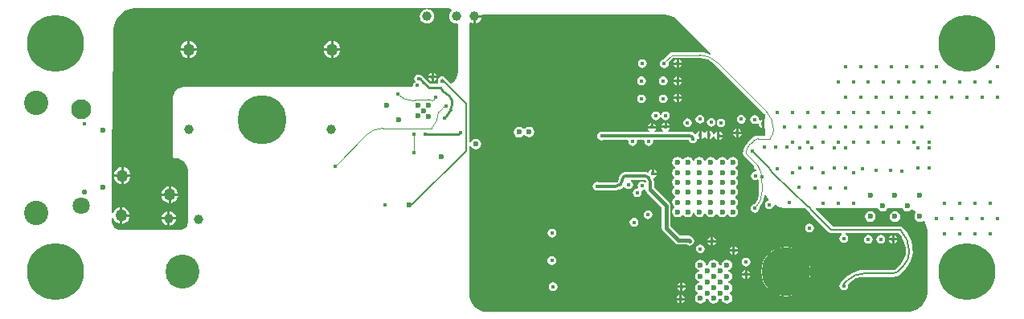
<source format=gbr>
%TF.GenerationSoftware,Altium Limited,Altium Designer,20.0.13 (296)*%
G04 Layer_Physical_Order=3*
G04 Layer_Color=36540*
%FSLAX45Y45*%
%MOMM*%
%TF.FileFunction,Copper,L3,Inr,Signal*%
%TF.Part,Single*%
G01*
G75*
%TA.AperFunction,Conductor*%
%ADD10C,0.20000*%
%ADD11C,0.10000*%
%ADD12C,0.25400*%
%ADD14C,0.40000*%
%ADD15C,0.30000*%
%TA.AperFunction,ComponentPad*%
%ADD59C,3.58500*%
%ADD60C,5.17500*%
%ADD61C,0.55000*%
%ADD62C,0.40500*%
%ADD63C,2.56500*%
%ADD64C,1.80000*%
%ADD65C,2.10000*%
%TA.AperFunction,ViaPad*%
%ADD66C,0.40000*%
%ADD67C,0.60000*%
%ADD68C,1.00000*%
%ADD69C,1.27000*%
%ADD70C,6.00000*%
G36*
X6140836Y7174620D02*
X6166315Y7164066D01*
X6171336Y7160711D01*
X6171752Y7148018D01*
X6166224Y7143776D01*
X6154138Y7128025D01*
X6146541Y7109684D01*
X6143949Y7090000D01*
X6146541Y7070317D01*
X6154138Y7051975D01*
X6166224Y7036224D01*
X6181975Y7024138D01*
X6200317Y7016541D01*
X6220000Y7013949D01*
X6227300Y7014911D01*
X6240000Y7003773D01*
Y6520710D01*
X6239999Y6520710D01*
X6240000Y6503897D01*
X6233439Y6470916D01*
X6220571Y6439848D01*
X6201889Y6411889D01*
X6178111Y6388111D01*
X6163018Y6378026D01*
X6095522Y6445522D01*
X6083812Y6453346D01*
X6070000Y6456094D01*
X6056188Y6453346D01*
X6044478Y6445522D01*
X6040322Y6439302D01*
X6037708Y6437556D01*
X6027674Y6422538D01*
X6024151Y6404824D01*
X6026791Y6391547D01*
X6019084Y6378847D01*
X5946090D01*
X5867481Y6457456D01*
X5854879Y6465877D01*
X5845076Y6467827D01*
X5837703Y6472753D01*
X5819988Y6476277D01*
X5802274Y6472753D01*
X5787257Y6462719D01*
X5777222Y6447701D01*
X5773699Y6429987D01*
X5777222Y6412273D01*
X5786266Y6398739D01*
X5777257Y6392719D01*
X5767222Y6377701D01*
X5763699Y6359987D01*
X5763733Y6359817D01*
X5755676Y6350000D01*
X5119707D01*
X5119706Y6349999D01*
X5118361Y6349933D01*
X5115722Y6349409D01*
X5113235Y6348379D01*
X5110998Y6346884D01*
X5110000Y6345979D01*
X3352132Y6345979D01*
X3340370Y6345402D01*
X3317298Y6340812D01*
X3295565Y6331810D01*
X3276005Y6318740D01*
X3259371Y6302107D01*
X3246302Y6282547D01*
X3237300Y6260813D01*
X3232710Y6237741D01*
X3232132Y6225979D01*
Y5615980D01*
X3232517Y5612078D01*
X3235503Y5604868D01*
X3241021Y5599350D01*
X3248231Y5596363D01*
X3252133Y5595979D01*
X3265921D01*
X3292969Y5590599D01*
X3318448Y5580046D01*
X3341377Y5564724D01*
X3360878Y5545224D01*
X3376199Y5522294D01*
X3386752Y5496816D01*
X3392133Y5469768D01*
Y5455979D01*
Y4925979D01*
X3392132D01*
Y4917115D01*
X3388674Y4899727D01*
X3381889Y4883348D01*
X3372040Y4868608D01*
X3359504Y4856072D01*
X3344763Y4846222D01*
X3328385Y4839438D01*
X3310997Y4835980D01*
X3302133D01*
X2682133Y4835979D01*
Y4835980D01*
X2673268D01*
X2655880Y4839438D01*
X2639501Y4846222D01*
X2624761Y4856072D01*
X2612225Y4868608D01*
X2602376Y4883348D01*
X2595591Y4899727D01*
X2592133Y4917115D01*
Y4960779D01*
X2604833Y4963305D01*
X2612346Y4945166D01*
X2626596Y4926596D01*
X2645166Y4912346D01*
X2666792Y4903388D01*
X2677300Y4902005D01*
Y4990000D01*
Y5077995D01*
X2666792Y5076612D01*
X2645166Y5067654D01*
X2626596Y5053404D01*
X2612346Y5034833D01*
X2604833Y5016695D01*
X2592133Y5019221D01*
X2592132Y5595979D01*
X2602132Y6815980D01*
Y6946996D01*
X2611893Y6996069D01*
X2631040Y7042294D01*
X2658838Y7083895D01*
X2694217Y7119274D01*
X2735818Y7147071D01*
X2782043Y7166218D01*
X2831115Y7175980D01*
X5130000D01*
X6030000Y7180000D01*
X6113788D01*
X6140836Y7174620D01*
D02*
G37*
G36*
X8384789Y7109999D02*
X8384790Y7109999D01*
X8409806Y7110000D01*
X8458879Y7100239D01*
X8505104Y7081092D01*
X8546705Y7053295D01*
X8564395Y7035605D01*
X8900244Y6699756D01*
X8893050Y6688990D01*
X8872946Y6697317D01*
X8829417Y6707767D01*
X8784790Y6711279D01*
Y6710996D01*
X8490000D01*
X8478138Y6708636D01*
X8468083Y6701917D01*
X8400582Y6634416D01*
X8392286Y6632766D01*
X8377268Y6622732D01*
X8367234Y6607714D01*
X8363710Y6590000D01*
X8367234Y6572286D01*
X8377268Y6557268D01*
X8392286Y6547234D01*
X8410000Y6543711D01*
X8427714Y6547234D01*
X8442732Y6557268D01*
X8452766Y6572286D01*
X8456289Y6590000D01*
X8454223Y6600389D01*
X8502839Y6649004D01*
X8784790D01*
X8786139Y6649273D01*
X8828374Y6645113D01*
X8870283Y6632400D01*
X8908907Y6611755D01*
X8941713Y6584832D01*
X8942478Y6583688D01*
X9463688Y6062478D01*
X9464832Y6061714D01*
X9468527Y6057211D01*
X9470000Y6049806D01*
X9470000Y6015260D01*
X9462700Y6009270D01*
Y5960000D01*
Y5910731D01*
X9470000Y5904740D01*
X9470000Y5830996D01*
X9398284D01*
Y5831252D01*
X9372523Y5827860D01*
X9348516Y5817916D01*
X9327902Y5802098D01*
X9328083Y5801917D01*
X9290510Y5764344D01*
X9290331Y5764523D01*
X9290303Y5764489D01*
X9282488Y5754966D01*
X9268431Y5737836D01*
X9252157Y5707391D01*
X9242136Y5674355D01*
X9238752Y5640000D01*
X9239004D01*
X9241364Y5628138D01*
X9248083Y5618083D01*
X9351637Y5514528D01*
X9351619Y5514435D01*
X9353010Y5507443D01*
X9354452Y5498865D01*
X9354922Y5497830D01*
X9354964Y5497618D01*
X9355132Y5497367D01*
X9357305Y5492580D01*
X9361851Y5481721D01*
X9361851Y5481720D01*
X9372511Y5476817D01*
X9379079Y5472429D01*
X9381316Y5470078D01*
X9377976Y5455669D01*
X9376819Y5454933D01*
X9370000Y5456290D01*
X9352286Y5452766D01*
X9337268Y5442732D01*
X9327234Y5427714D01*
X9323711Y5410000D01*
X9327234Y5392286D01*
X9337268Y5377268D01*
X9352286Y5367234D01*
X9370000Y5363711D01*
X9387714Y5367234D01*
X9391084Y5369486D01*
X9402444Y5363806D01*
X9408349Y5255605D01*
X9408840Y5246615D01*
X9406544Y5244190D01*
X9407111Y5242822D01*
X9408011Y5230153D01*
X9405149Y5201089D01*
X9392576Y5159643D01*
X9372160Y5121447D01*
X9364636Y5112280D01*
X9348612Y5109092D01*
X9333594Y5099058D01*
X9323560Y5084040D01*
X9320037Y5066326D01*
X9323560Y5048612D01*
X9333594Y5033594D01*
X9348612Y5023560D01*
X9366326Y5020037D01*
X9384040Y5023560D01*
X9399058Y5033594D01*
X9409092Y5048612D01*
X9412616Y5066326D01*
X9411616Y5071351D01*
X9417260Y5077959D01*
X9440447Y5115797D01*
X9457430Y5156797D01*
X9467790Y5199949D01*
X9468160Y5204652D01*
X9481060Y5206695D01*
X9489042Y5187424D01*
X9506607Y5161138D01*
X9508583Y5158957D01*
X9504599Y5146898D01*
X9499521Y5145888D01*
X9484503Y5135854D01*
X9474469Y5120836D01*
X9470945Y5103122D01*
X9474469Y5085408D01*
X9484503Y5070390D01*
X9499521Y5060356D01*
X9517235Y5056833D01*
X9534949Y5060356D01*
X9549967Y5070390D01*
X9560001Y5085408D01*
X9562475Y5097845D01*
X9575189Y5104625D01*
X9582122Y5099992D01*
X9628125Y5080937D01*
X9676960Y5071223D01*
X9701857Y5070000D01*
X9888301D01*
X9900416Y5058545D01*
X9900684Y5058377D01*
X9950458Y5008603D01*
X9950459Y5008602D01*
X10144583Y4814478D01*
X10156292Y4806654D01*
X10170105Y4803907D01*
X10277839D01*
X10278322Y4802697D01*
X10279952Y4791207D01*
X10267268Y4782732D01*
X10257234Y4767714D01*
X10253711Y4750000D01*
X10257234Y4732286D01*
X10267268Y4717268D01*
X10282286Y4707234D01*
X10300000Y4703710D01*
X10317714Y4707234D01*
X10332732Y4717268D01*
X10342766Y4732286D01*
X10346289Y4750000D01*
X10342766Y4767714D01*
X10332732Y4782732D01*
X10320048Y4791207D01*
X10321678Y4802697D01*
X10322160Y4803907D01*
X10880408D01*
X10900369Y4780536D01*
X10923780Y4742332D01*
X10940927Y4700936D01*
X10951387Y4657367D01*
X10953933Y4625018D01*
X10954601Y4612599D01*
X10954599Y4612586D01*
X10954601Y4612574D01*
X10953694Y4600284D01*
X10951338Y4576365D01*
X10940728Y4541388D01*
X10923498Y4509154D01*
X10901000Y4481740D01*
X10900083Y4481127D01*
X10844478Y4425522D01*
X10844417Y4425431D01*
X10834051Y4418504D01*
X10821822Y4416072D01*
X10821715Y4416093D01*
X10515210D01*
Y4416295D01*
X10469798Y4412721D01*
X10425504Y4402087D01*
X10383419Y4384654D01*
X10344579Y4360853D01*
X10309941Y4331269D01*
X10310083Y4331127D01*
X10274478Y4295522D01*
X10266654Y4283812D01*
X10266088Y4280965D01*
X10257234Y4267714D01*
X10253711Y4250000D01*
X10257234Y4232286D01*
X10267268Y4217268D01*
X10282286Y4207234D01*
X10300000Y4203710D01*
X10317714Y4207234D01*
X10332732Y4217268D01*
X10342766Y4232286D01*
X10346289Y4250000D01*
X10343760Y4262716D01*
X10361127Y4280083D01*
X10362031Y4281437D01*
X10393884Y4307578D01*
X10431639Y4327758D01*
X10472606Y4340185D01*
X10513613Y4344224D01*
X10515210Y4343906D01*
X10821715D01*
Y4343705D01*
X10848782Y4347269D01*
X10874005Y4357716D01*
X10895664Y4374336D01*
X10895522Y4374478D01*
X10951127Y4430083D01*
X10951518Y4429692D01*
X10983712Y4468920D01*
X11007634Y4513675D01*
X11022365Y4562237D01*
X11027321Y4612561D01*
X11027322D01*
X11027196Y4612699D01*
X11026224Y4625042D01*
X11022790Y4668676D01*
X11009682Y4723276D01*
X10988194Y4775152D01*
X10958855Y4823029D01*
X10930422Y4856319D01*
X10922389Y4865727D01*
X10922285Y4865814D01*
X10922001Y4865530D01*
X10910303Y4873346D01*
X10896491Y4876093D01*
X10185055D01*
X10003848Y5057300D01*
X10007165Y5070000D01*
X10657493D01*
X10657814Y5068384D01*
X10670059Y5050059D01*
X10688384Y5037814D01*
X10710000Y5033515D01*
X10731616Y5037814D01*
X10749941Y5050059D01*
X10762185Y5068384D01*
X10762507Y5070000D01*
X10917493D01*
X10917814Y5068384D01*
X10930059Y5050059D01*
X10948384Y5037814D01*
X10970000Y5033515D01*
X10991616Y5037814D01*
X11009941Y5050059D01*
X11013133Y5054836D01*
X11046315Y5041091D01*
X11060059Y5031908D01*
Y5019941D01*
X11047814Y5001616D01*
X11043515Y4980000D01*
X11047814Y4958384D01*
X11060059Y4940059D01*
X11078384Y4927814D01*
X11100000Y4923515D01*
X11121616Y4927814D01*
X11139359Y4939670D01*
X11144424Y4938062D01*
X11151712Y4934816D01*
X11170239Y4890089D01*
X11180000Y4841017D01*
Y4816000D01*
Y4190000D01*
X11179999Y4190000D01*
X11180000Y4169317D01*
X11171929Y4128745D01*
X11156099Y4090528D01*
X11133117Y4056133D01*
X11103867Y4026882D01*
X11069472Y4003900D01*
X11031254Y3988070D01*
X10990683Y3980000D01*
X10970000Y3980000D01*
X6513256D01*
X6480413Y3986533D01*
X6449475Y3999348D01*
X6421631Y4017952D01*
X6397952Y4041631D01*
X6379348Y4069474D01*
X6366533Y4100413D01*
X6360000Y4133256D01*
Y4150000D01*
Y5720709D01*
X6372700Y5721960D01*
X6372815Y5721384D01*
X6385059Y5703059D01*
X6403384Y5690814D01*
X6425000Y5686515D01*
X6446616Y5690814D01*
X6464941Y5703059D01*
X6477186Y5721384D01*
X6481485Y5743000D01*
X6477186Y5764616D01*
X6464941Y5782941D01*
X6446616Y5795186D01*
X6425000Y5799485D01*
X6403384Y5795186D01*
X6385059Y5782941D01*
X6372815Y5764616D01*
X6372700Y5764040D01*
X6360000Y5765291D01*
Y7018970D01*
X6371390Y7024587D01*
X6371975Y7024138D01*
X6390317Y7016541D01*
X6397300Y7015621D01*
Y7090000D01*
X6410000D01*
Y7102700D01*
X6489826D01*
X6496228Y7110000D01*
X8384789D01*
X8384789Y7109999D01*
D02*
G37*
%LPC*%
G36*
X5910000Y7166051D02*
X5890317Y7163459D01*
X5871975Y7155862D01*
X5856224Y7143776D01*
X5844138Y7128025D01*
X5836541Y7109684D01*
X5833949Y7090000D01*
X5836541Y7070317D01*
X5844138Y7051975D01*
X5856224Y7036224D01*
X5871975Y7024138D01*
X5890317Y7016541D01*
X5910000Y7013949D01*
X5929684Y7016541D01*
X5948025Y7024138D01*
X5963776Y7036224D01*
X5975862Y7051975D01*
X5983459Y7070317D01*
X5986051Y7090000D01*
X5983459Y7109684D01*
X5975862Y7128025D01*
X5963776Y7143776D01*
X5948025Y7155862D01*
X5929684Y7163459D01*
X5910000Y7166051D01*
D02*
G37*
G36*
X4922700Y6827995D02*
Y6752700D01*
X4997995D01*
X4996612Y6763207D01*
X4987654Y6784834D01*
X4973404Y6803404D01*
X4954834Y6817654D01*
X4933208Y6826612D01*
X4922700Y6827995D01*
D02*
G37*
G36*
X4897300D02*
X4886793Y6826612D01*
X4865167Y6817654D01*
X4846596Y6803404D01*
X4832346Y6784834D01*
X4823388Y6763207D01*
X4822005Y6752700D01*
X4897300D01*
Y6827995D01*
D02*
G37*
G36*
X3412700D02*
Y6752700D01*
X3487995D01*
X3486612Y6763207D01*
X3477654Y6784834D01*
X3463404Y6803404D01*
X3444834Y6817654D01*
X3423208Y6826612D01*
X3412700Y6827995D01*
D02*
G37*
G36*
X3387300D02*
X3376793Y6826612D01*
X3355167Y6817654D01*
X3336596Y6803404D01*
X3322346Y6784834D01*
X3313388Y6763207D01*
X3312005Y6752700D01*
X3387300D01*
Y6827995D01*
D02*
G37*
G36*
X4997995Y6727300D02*
X4922700D01*
Y6652005D01*
X4933208Y6653388D01*
X4954834Y6662346D01*
X4973404Y6676596D01*
X4987654Y6695166D01*
X4996612Y6716793D01*
X4997995Y6727300D01*
D02*
G37*
G36*
X4897300D02*
X4822005D01*
X4823388Y6716793D01*
X4832346Y6695166D01*
X4846596Y6676596D01*
X4865167Y6662346D01*
X4886793Y6653388D01*
X4897300Y6652005D01*
Y6727300D01*
D02*
G37*
G36*
X3487995D02*
X3412700D01*
Y6652005D01*
X3423208Y6653388D01*
X3444834Y6662346D01*
X3463404Y6676596D01*
X3477654Y6695166D01*
X3486612Y6716793D01*
X3487995Y6727300D01*
D02*
G37*
G36*
X3387300D02*
X3312005D01*
X3313388Y6716793D01*
X3322346Y6695166D01*
X3336596Y6676596D01*
X3355167Y6662346D01*
X3376793Y6653388D01*
X3387300Y6652005D01*
Y6727300D01*
D02*
G37*
G36*
X5982700Y6493763D02*
Y6462700D01*
X6013763D01*
X6012766Y6467714D01*
X6002732Y6482732D01*
X5987714Y6492766D01*
X5982700Y6493763D01*
D02*
G37*
G36*
X5957300D02*
X5952286Y6492766D01*
X5937268Y6482732D01*
X5927234Y6467714D01*
X5926237Y6462700D01*
X5957300D01*
Y6493763D01*
D02*
G37*
G36*
X6013763Y6437300D02*
X5982700D01*
Y6406237D01*
X5987714Y6407234D01*
X6002732Y6417268D01*
X6012766Y6432286D01*
X6013763Y6437300D01*
D02*
G37*
G36*
X5957300D02*
X5926237D01*
X5927234Y6432286D01*
X5937268Y6417268D01*
X5952286Y6407234D01*
X5957300Y6406237D01*
Y6437300D01*
D02*
G37*
G36*
X2712700Y5497995D02*
Y5422700D01*
X2787995D01*
X2786612Y5433208D01*
X2777654Y5454834D01*
X2763404Y5473404D01*
X2744833Y5487654D01*
X2723207Y5496612D01*
X2712700Y5497995D01*
D02*
G37*
G36*
X2687300D02*
X2676792Y5496612D01*
X2655166Y5487654D01*
X2636596Y5473404D01*
X2622346Y5454834D01*
X2613388Y5433208D01*
X2612005Y5422700D01*
X2687300D01*
Y5497995D01*
D02*
G37*
G36*
X2787995Y5397300D02*
X2712700D01*
Y5322005D01*
X2723207Y5323388D01*
X2744833Y5332346D01*
X2763404Y5346596D01*
X2777654Y5365167D01*
X2786612Y5386793D01*
X2787995Y5397300D01*
D02*
G37*
G36*
X2687300D02*
X2612005D01*
X2613388Y5386793D01*
X2622346Y5365167D01*
X2636596Y5346596D01*
X2655166Y5332346D01*
X2676792Y5323388D01*
X2687300Y5322005D01*
Y5397300D01*
D02*
G37*
G36*
X3212700Y5297995D02*
Y5222700D01*
X3287995D01*
X3286612Y5233207D01*
X3277654Y5254834D01*
X3263404Y5273404D01*
X3244833Y5287654D01*
X3223207Y5296612D01*
X3212700Y5297995D01*
D02*
G37*
G36*
X3187300D02*
X3176792Y5296612D01*
X3155166Y5287654D01*
X3136596Y5273404D01*
X3122346Y5254834D01*
X3113388Y5233207D01*
X3112005Y5222700D01*
X3187300D01*
Y5297995D01*
D02*
G37*
G36*
X3287995Y5197300D02*
X3212700D01*
Y5122005D01*
X3223207Y5123388D01*
X3244833Y5132346D01*
X3263404Y5146596D01*
X3277654Y5165166D01*
X3286612Y5186793D01*
X3287995Y5197300D01*
D02*
G37*
G36*
X3187300D02*
X3112005D01*
X3113388Y5186793D01*
X3122346Y5165166D01*
X3136596Y5146596D01*
X3155166Y5132346D01*
X3176792Y5123388D01*
X3187300Y5122005D01*
Y5197300D01*
D02*
G37*
G36*
X2702700Y5077995D02*
Y5002700D01*
X2777995D01*
X2776612Y5013207D01*
X2767654Y5034833D01*
X2753404Y5053404D01*
X2734833Y5067654D01*
X2713207Y5076612D01*
X2702700Y5077995D01*
D02*
G37*
G36*
X3202700Y5034379D02*
Y4972700D01*
X3264379D01*
X3263459Y4979683D01*
X3255862Y4998025D01*
X3243776Y5013776D01*
X3228025Y5025862D01*
X3209683Y5033459D01*
X3202700Y5034379D01*
D02*
G37*
G36*
X3177300D02*
X3170316Y5033459D01*
X3151975Y5025862D01*
X3136224Y5013776D01*
X3124138Y4998025D01*
X3116541Y4979683D01*
X3115621Y4972700D01*
X3177300D01*
Y5034379D01*
D02*
G37*
G36*
X2777995Y4977300D02*
X2702700D01*
Y4902005D01*
X2713207Y4903388D01*
X2734833Y4912346D01*
X2753404Y4926596D01*
X2767654Y4945166D01*
X2776612Y4966792D01*
X2777995Y4977300D01*
D02*
G37*
G36*
X3264379Y4947300D02*
X3202700D01*
Y4885621D01*
X3209683Y4886541D01*
X3228025Y4894138D01*
X3243776Y4906224D01*
X3255862Y4921975D01*
X3263459Y4940317D01*
X3264379Y4947300D01*
D02*
G37*
G36*
X3177300D02*
X3115621D01*
X3116541Y4940317D01*
X3124138Y4921975D01*
X3136224Y4906224D01*
X3151975Y4894138D01*
X3170316Y4886541D01*
X3177300Y4885621D01*
Y4947300D01*
D02*
G37*
G36*
X6484379Y7077300D02*
X6422700D01*
Y7015621D01*
X6429684Y7016541D01*
X6448025Y7024138D01*
X6463776Y7036224D01*
X6475862Y7051975D01*
X6483459Y7070317D01*
X6484379Y7077300D01*
D02*
G37*
G36*
X8562700Y6633763D02*
Y6602700D01*
X8593763D01*
X8592766Y6607714D01*
X8582732Y6622732D01*
X8567714Y6632766D01*
X8562700Y6633763D01*
D02*
G37*
G36*
X8537300D02*
X8532286Y6632766D01*
X8517268Y6622732D01*
X8507234Y6607714D01*
X8506236Y6602700D01*
X8537300D01*
Y6633763D01*
D02*
G37*
G36*
X8593763Y6577300D02*
X8562700D01*
Y6546237D01*
X8567714Y6547234D01*
X8582732Y6557268D01*
X8592766Y6572286D01*
X8593763Y6577300D01*
D02*
G37*
G36*
X8537300D02*
X8506236D01*
X8507234Y6572286D01*
X8517268Y6557268D01*
X8532286Y6547234D01*
X8537300Y6546237D01*
Y6577300D01*
D02*
G37*
G36*
X8180000Y6636289D02*
X8162286Y6632766D01*
X8147268Y6622732D01*
X8137234Y6607714D01*
X8133710Y6590000D01*
X8137234Y6572286D01*
X8147268Y6557268D01*
X8162286Y6547234D01*
X8180000Y6543711D01*
X8197714Y6547234D01*
X8212732Y6557268D01*
X8222766Y6572286D01*
X8226289Y6590000D01*
X8222766Y6607714D01*
X8212732Y6622732D01*
X8197714Y6632766D01*
X8180000Y6636289D01*
D02*
G37*
G36*
X8562700Y6453763D02*
Y6422700D01*
X8593763D01*
X8592766Y6427714D01*
X8582732Y6442732D01*
X8567714Y6452766D01*
X8562700Y6453763D01*
D02*
G37*
G36*
X8537300D02*
X8532286Y6452766D01*
X8517268Y6442732D01*
X8507234Y6427714D01*
X8506236Y6422700D01*
X8537300D01*
Y6453763D01*
D02*
G37*
G36*
X8593763Y6397300D02*
X8562700D01*
Y6366236D01*
X8567714Y6367234D01*
X8582732Y6377268D01*
X8592766Y6392286D01*
X8593763Y6397300D01*
D02*
G37*
G36*
X8537300D02*
X8506236D01*
X8507234Y6392286D01*
X8517268Y6377268D01*
X8532286Y6367234D01*
X8537300Y6366236D01*
Y6397300D01*
D02*
G37*
G36*
X8400000Y6456289D02*
X8382286Y6452766D01*
X8367268Y6442732D01*
X8357234Y6427714D01*
X8353710Y6410000D01*
X8357234Y6392286D01*
X8367268Y6377268D01*
X8382286Y6367234D01*
X8400000Y6363710D01*
X8417714Y6367234D01*
X8432732Y6377268D01*
X8442766Y6392286D01*
X8446289Y6410000D01*
X8442766Y6427714D01*
X8432732Y6442732D01*
X8417714Y6452766D01*
X8400000Y6456289D01*
D02*
G37*
G36*
X8170000D02*
X8152286Y6452766D01*
X8137268Y6442732D01*
X8127234Y6427714D01*
X8123710Y6410000D01*
X8127234Y6392286D01*
X8137268Y6377268D01*
X8152286Y6367234D01*
X8170000Y6363710D01*
X8187714Y6367234D01*
X8202732Y6377268D01*
X8212766Y6392286D01*
X8216289Y6410000D01*
X8212766Y6427714D01*
X8202732Y6442732D01*
X8187714Y6452766D01*
X8170000Y6456289D01*
D02*
G37*
G36*
X8562700Y6273763D02*
Y6242700D01*
X8593763D01*
X8592766Y6247714D01*
X8582732Y6262732D01*
X8567714Y6272766D01*
X8562700Y6273763D01*
D02*
G37*
G36*
X8537300D02*
X8532286Y6272766D01*
X8517268Y6262732D01*
X8507234Y6247714D01*
X8506236Y6242700D01*
X8537300D01*
Y6273763D01*
D02*
G37*
G36*
X8593763Y6217300D02*
X8562700D01*
Y6186237D01*
X8567714Y6187234D01*
X8582732Y6197268D01*
X8592766Y6212286D01*
X8593763Y6217300D01*
D02*
G37*
G36*
X8537300D02*
X8506236D01*
X8507234Y6212286D01*
X8517268Y6197268D01*
X8532286Y6187234D01*
X8537300Y6186237D01*
Y6217300D01*
D02*
G37*
G36*
X8400000Y6266289D02*
X8382286Y6262766D01*
X8367268Y6252732D01*
X8357234Y6237714D01*
X8353710Y6220000D01*
X8357234Y6202286D01*
X8367268Y6187268D01*
X8382286Y6177234D01*
X8400000Y6173711D01*
X8417714Y6177234D01*
X8432732Y6187268D01*
X8442766Y6202286D01*
X8446289Y6220000D01*
X8442766Y6237714D01*
X8432732Y6252732D01*
X8417714Y6262766D01*
X8400000Y6266289D01*
D02*
G37*
G36*
X8170000D02*
X8152286Y6262766D01*
X8137268Y6252732D01*
X8127234Y6237714D01*
X8123710Y6220000D01*
X8127234Y6202286D01*
X8137268Y6187268D01*
X8152286Y6177234D01*
X8170000Y6173711D01*
X8187714Y6177234D01*
X8202732Y6187268D01*
X8212766Y6202286D01*
X8216289Y6220000D01*
X8212766Y6237714D01*
X8202732Y6252732D01*
X8187714Y6262766D01*
X8170000Y6266289D01*
D02*
G37*
G36*
X8420000Y6086290D02*
X8402286Y6082766D01*
X8387268Y6072732D01*
X8377234Y6057714D01*
X8376474Y6053896D01*
X8363526D01*
X8362766Y6057714D01*
X8352732Y6072732D01*
X8337714Y6082766D01*
X8320000Y6086290D01*
X8302286Y6082766D01*
X8287268Y6072732D01*
X8277234Y6057714D01*
X8273711Y6040000D01*
X8277234Y6022286D01*
X8287268Y6007268D01*
X8302286Y5997234D01*
X8320000Y5993711D01*
X8337714Y5997234D01*
X8352732Y6007268D01*
X8362766Y6022286D01*
X8363526Y6026104D01*
X8376474D01*
X8377234Y6022286D01*
X8387268Y6007268D01*
X8402286Y5997234D01*
X8420000Y5993711D01*
X8437714Y5997234D01*
X8452732Y6007268D01*
X8462766Y6022286D01*
X8466289Y6040000D01*
X8462766Y6057714D01*
X8452732Y6072732D01*
X8437714Y6082766D01*
X8420000Y6086290D01*
D02*
G37*
G36*
X8786000Y6050890D02*
X8768286Y6047366D01*
X8753268Y6037332D01*
X8743234Y6022314D01*
X8739710Y6004600D01*
X8743234Y5986886D01*
X8753268Y5971868D01*
X8768286Y5961834D01*
X8786000Y5958311D01*
X8803714Y5961834D01*
X8818732Y5971868D01*
X8828766Y5986886D01*
X8832289Y6004600D01*
X8828766Y6022314D01*
X8818732Y6037332D01*
X8803714Y6047366D01*
X8786000Y6050890D01*
D02*
G37*
G36*
X9222000Y6050289D02*
X9204286Y6046766D01*
X9189268Y6036732D01*
X9179234Y6021714D01*
X9175711Y6004000D01*
X9179234Y5986286D01*
X9189268Y5971268D01*
X9204286Y5961234D01*
X9222000Y5957710D01*
X9239714Y5961234D01*
X9254732Y5971268D01*
X9264766Y5986286D01*
X9268290Y6004000D01*
X9264766Y6021714D01*
X9254732Y6036732D01*
X9239714Y6046766D01*
X9222000Y6050289D01*
D02*
G37*
G36*
X8435700Y5967763D02*
Y5936700D01*
X8466763D01*
X8465766Y5941714D01*
X8455732Y5956732D01*
X8440714Y5966766D01*
X8435700Y5967763D01*
D02*
G37*
G36*
X8410300D02*
X8405286Y5966766D01*
X8390268Y5956732D01*
X8380234Y5941714D01*
X8379236Y5936700D01*
X8410300D01*
Y5967763D01*
D02*
G37*
G36*
X8292700Y5963764D02*
Y5932700D01*
X8323763D01*
X8322766Y5937714D01*
X8312732Y5952732D01*
X8297714Y5962766D01*
X8292700Y5963764D01*
D02*
G37*
G36*
X8267300D02*
X8262286Y5962766D01*
X8247268Y5952732D01*
X8237234Y5937714D01*
X8236237Y5932700D01*
X8267300D01*
Y5963764D01*
D02*
G37*
G36*
X8902000Y6017289D02*
X8884286Y6013766D01*
X8869268Y6003732D01*
X8859234Y5988714D01*
X8855711Y5971000D01*
X8859234Y5953286D01*
X8869268Y5938268D01*
X8884286Y5928234D01*
X8902000Y5924711D01*
X8919714Y5928234D01*
X8934732Y5938268D01*
X8944766Y5953286D01*
X8948289Y5971000D01*
X8944766Y5988714D01*
X8934732Y6003732D01*
X8919714Y6013766D01*
X8902000Y6017289D01*
D02*
G37*
G36*
X8655000Y6015289D02*
X8637286Y6011766D01*
X8622268Y6001732D01*
X8612234Y5986714D01*
X8608710Y5969000D01*
X8612234Y5951286D01*
X8622268Y5936268D01*
X8637286Y5926234D01*
X8655000Y5922711D01*
X8672714Y5926234D01*
X8687732Y5936268D01*
X8697766Y5951286D01*
X8701289Y5969000D01*
X8697766Y5986714D01*
X8687732Y6001732D01*
X8672714Y6011766D01*
X8655000Y6015289D01*
D02*
G37*
G36*
X9007000Y6012289D02*
X8989286Y6008766D01*
X8974268Y5998732D01*
X8964234Y5983714D01*
X8960711Y5966000D01*
X8964234Y5948286D01*
X8974268Y5933268D01*
X8989286Y5923234D01*
X9007000Y5919711D01*
X9024714Y5923234D01*
X9039732Y5933268D01*
X9049766Y5948286D01*
X9053289Y5966000D01*
X9049766Y5983714D01*
X9039732Y5998732D01*
X9024714Y6008766D01*
X9007000Y6012289D01*
D02*
G37*
G36*
X9361000Y6047289D02*
X9343286Y6043766D01*
X9328268Y6033732D01*
X9318234Y6018714D01*
X9314711Y6001000D01*
X9318234Y5983286D01*
X9328268Y5968268D01*
X9343286Y5958234D01*
X9361000Y5954710D01*
X9378714Y5958234D01*
X9392203Y5967247D01*
X9398003Y5965194D01*
X9403899Y5960950D01*
X9403710Y5960000D01*
X9407234Y5942286D01*
X9417268Y5927268D01*
X9432286Y5917234D01*
X9437300Y5916237D01*
Y5960000D01*
Y6003763D01*
X9432286Y6002766D01*
X9418797Y5993753D01*
X9412997Y5995806D01*
X9407101Y6000049D01*
X9407290Y6001000D01*
X9403766Y6018714D01*
X9393732Y6033732D01*
X9378714Y6043766D01*
X9361000Y6047289D01*
D02*
G37*
G36*
X6986000Y5927485D02*
X6964384Y5923186D01*
X6946059Y5910941D01*
X6940469Y5902575D01*
X6925195D01*
X6920941Y5908941D01*
X6902616Y5921186D01*
X6881000Y5925485D01*
X6859384Y5921186D01*
X6841059Y5908941D01*
X6828814Y5890616D01*
X6824515Y5869000D01*
X6828814Y5847384D01*
X6841059Y5829059D01*
X6859384Y5816814D01*
X6881000Y5812515D01*
X6902616Y5816814D01*
X6920941Y5829059D01*
X6926531Y5837425D01*
X6941805D01*
X6946059Y5831059D01*
X6964384Y5818814D01*
X6986000Y5814515D01*
X7007616Y5818814D01*
X7025941Y5831059D01*
X7038186Y5849384D01*
X7042485Y5871000D01*
X7038186Y5892616D01*
X7025941Y5910941D01*
X7007616Y5923186D01*
X6986000Y5927485D01*
D02*
G37*
G36*
X9192700Y5903763D02*
Y5872700D01*
X9223763D01*
X9222766Y5877714D01*
X9212732Y5892732D01*
X9197714Y5902766D01*
X9192700Y5903763D01*
D02*
G37*
G36*
X9167300D02*
X9162286Y5902766D01*
X9147268Y5892732D01*
X9137234Y5877714D01*
X9136236Y5872700D01*
X9167300D01*
Y5903763D01*
D02*
G37*
G36*
X8466763Y5911300D02*
X8379236D01*
X8380234Y5906286D01*
X8390268Y5891268D01*
X8401308Y5883891D01*
X8397456Y5871191D01*
X8311530D01*
X8307678Y5883891D01*
X8312732Y5887268D01*
X8322766Y5902286D01*
X8323763Y5907300D01*
X8236237D01*
X8237234Y5902286D01*
X8247268Y5887268D01*
X8252322Y5883891D01*
X8248470Y5871191D01*
X7770071D01*
X7767714Y5872766D01*
X7750000Y5876289D01*
X7732286Y5872766D01*
X7717268Y5862732D01*
X7707234Y5847714D01*
X7703711Y5830000D01*
X7707234Y5812286D01*
X7717268Y5797268D01*
X7732286Y5787234D01*
X7750000Y5783711D01*
X7767714Y5787234D01*
X7770071Y5788809D01*
X8020582D01*
X8031005Y5776108D01*
X8029711Y5769600D01*
X8033234Y5751886D01*
X8043268Y5736868D01*
X8058286Y5726834D01*
X8076000Y5723311D01*
X8093714Y5726834D01*
X8108732Y5736868D01*
X8118766Y5751886D01*
X8122290Y5769600D01*
X8120995Y5776108D01*
X8131418Y5788809D01*
X8190582D01*
X8201005Y5776108D01*
X8199711Y5769600D01*
X8203234Y5751886D01*
X8213268Y5736868D01*
X8228286Y5726834D01*
X8246000Y5723311D01*
X8263714Y5726834D01*
X8278732Y5736868D01*
X8288766Y5751886D01*
X8292289Y5769600D01*
X8290995Y5776108D01*
X8301418Y5788809D01*
X8665937D01*
X8667234Y5782286D01*
X8677268Y5767268D01*
X8692286Y5757234D01*
X8710000Y5753711D01*
X8727714Y5757234D01*
X8742732Y5767268D01*
X8752766Y5782286D01*
X8754999Y5793510D01*
X8768269Y5799918D01*
X8772286Y5797234D01*
X8777300Y5796237D01*
Y5840000D01*
Y5883763D01*
X8772286Y5882766D01*
X8757268Y5872732D01*
X8747234Y5857714D01*
X8745840Y5850704D01*
X8732261Y5847537D01*
X8730210Y5850210D01*
X8715504Y5861494D01*
X8698378Y5868588D01*
X8682734Y5870648D01*
X8680000Y5871191D01*
X8448544D01*
X8444692Y5883891D01*
X8455732Y5891268D01*
X8465766Y5906286D01*
X8466763Y5911300D01*
D02*
G37*
G36*
X8867300Y5883763D02*
X8862286Y5882766D01*
X8847268Y5872732D01*
X8842637Y5865801D01*
X8827363D01*
X8822732Y5872732D01*
X8807714Y5882766D01*
X8802700Y5883763D01*
Y5840000D01*
Y5796237D01*
X8807714Y5797234D01*
X8822732Y5807268D01*
X8827363Y5814199D01*
X8842637D01*
X8847268Y5807268D01*
X8862286Y5797234D01*
X8867300Y5796237D01*
Y5840000D01*
Y5883763D01*
D02*
G37*
G36*
X8992700Y5873763D02*
Y5842700D01*
X9023764D01*
X9022766Y5847714D01*
X9012732Y5862732D01*
X8997714Y5872766D01*
X8992700Y5873763D01*
D02*
G37*
G36*
X9223763Y5847300D02*
X9192700D01*
Y5816237D01*
X9197714Y5817234D01*
X9212732Y5827268D01*
X9222766Y5842286D01*
X9223763Y5847300D01*
D02*
G37*
G36*
X9167300D02*
X9136236D01*
X9137234Y5842286D01*
X9147268Y5827268D01*
X9162286Y5817234D01*
X9167300Y5816237D01*
Y5847300D01*
D02*
G37*
G36*
X9023764Y5817300D02*
X8992700D01*
Y5786237D01*
X8997714Y5787234D01*
X9012732Y5797268D01*
X9022766Y5812286D01*
X9023764Y5817300D01*
D02*
G37*
G36*
X8892700Y5883763D02*
Y5840000D01*
Y5796237D01*
X8897714Y5797234D01*
X8912732Y5807268D01*
X8922404Y5821744D01*
X8924811Y5822096D01*
X8935480Y5821105D01*
X8937234Y5812286D01*
X8947268Y5797268D01*
X8962286Y5787234D01*
X8967300Y5786237D01*
Y5830000D01*
Y5873763D01*
X8962286Y5872766D01*
X8947268Y5862732D01*
X8937596Y5848256D01*
X8935189Y5847904D01*
X8924520Y5848895D01*
X8922766Y5857714D01*
X8912732Y5872732D01*
X8897714Y5882766D01*
X8892700Y5883763D01*
D02*
G37*
G36*
X9130000Y5606485D02*
X9108384Y5602186D01*
X9090059Y5589941D01*
X9082637Y5578834D01*
X9067363D01*
X9059941Y5589941D01*
X9041616Y5602186D01*
X9020000Y5606485D01*
X8998384Y5602186D01*
X8980059Y5589941D01*
X8967814Y5571616D01*
X8966474Y5564879D01*
X8953526D01*
X8952186Y5571616D01*
X8939941Y5589941D01*
X8921616Y5602186D01*
X8900000Y5606485D01*
X8878384Y5602186D01*
X8860059Y5589941D01*
X8847814Y5571616D01*
X8846474Y5564879D01*
X8833526D01*
X8832186Y5571616D01*
X8819941Y5589941D01*
X8801616Y5602186D01*
X8780000Y5606485D01*
X8758384Y5602186D01*
X8740059Y5589941D01*
X8727814Y5571616D01*
X8726474Y5564879D01*
X8713526D01*
X8712186Y5571616D01*
X8699941Y5589941D01*
X8681616Y5602186D01*
X8660000Y5606485D01*
X8638384Y5602186D01*
X8620059Y5589941D01*
X8612637Y5578834D01*
X8597363D01*
X8589941Y5589941D01*
X8571616Y5602186D01*
X8550000Y5606485D01*
X8528384Y5602186D01*
X8510059Y5589941D01*
X8497814Y5571616D01*
X8493515Y5550000D01*
X8497814Y5528384D01*
X8510059Y5510059D01*
X8521166Y5502637D01*
Y5487363D01*
X8510059Y5479941D01*
X8497814Y5461616D01*
X8493515Y5440000D01*
X8497814Y5418384D01*
X8510059Y5400059D01*
X8515609Y5396350D01*
Y5383650D01*
X8510059Y5379941D01*
X8497814Y5361616D01*
X8493515Y5340000D01*
X8497814Y5318384D01*
X8510059Y5300059D01*
X8515609Y5296350D01*
Y5283650D01*
X8510059Y5279941D01*
X8497814Y5261616D01*
X8493515Y5240000D01*
X8497814Y5218384D01*
X8510059Y5200059D01*
X8521166Y5192637D01*
Y5177363D01*
X8510059Y5169941D01*
X8497814Y5151616D01*
X8493515Y5130000D01*
X8497814Y5108384D01*
X8510059Y5090059D01*
X8515609Y5086350D01*
Y5073650D01*
X8510059Y5069941D01*
X8497814Y5051616D01*
X8493515Y5030000D01*
X8497814Y5008384D01*
X8510059Y4990059D01*
X8528384Y4977814D01*
X8550000Y4973515D01*
X8571616Y4977814D01*
X8589941Y4990059D01*
X8597363Y5001166D01*
X8612637D01*
X8620059Y4990059D01*
X8638384Y4977814D01*
X8660000Y4973515D01*
X8681616Y4977814D01*
X8699941Y4990059D01*
X8712186Y5008384D01*
X8713526Y5015121D01*
X8726474D01*
X8727814Y5008384D01*
X8740059Y4990059D01*
X8758384Y4977814D01*
X8780000Y4973515D01*
X8801616Y4977814D01*
X8819941Y4990059D01*
X8832186Y5008384D01*
X8833526Y5015121D01*
X8846474D01*
X8847814Y5008384D01*
X8860059Y4990059D01*
X8878384Y4977814D01*
X8900000Y4973515D01*
X8921616Y4977814D01*
X8939941Y4990059D01*
X8952186Y5008384D01*
X8953526Y5015121D01*
X8966474D01*
X8967814Y5008384D01*
X8980059Y4990059D01*
X8998384Y4977814D01*
X9020000Y4973515D01*
X9041616Y4977814D01*
X9059941Y4990059D01*
X9067363Y5001166D01*
X9082637D01*
X9090059Y4990059D01*
X9108384Y4977814D01*
X9130000Y4973515D01*
X9151616Y4977814D01*
X9169941Y4990059D01*
X9182186Y5008384D01*
X9186485Y5030000D01*
X9182186Y5051616D01*
X9169941Y5069941D01*
X9164391Y5073650D01*
Y5086350D01*
X9169941Y5090059D01*
X9182186Y5108384D01*
X9186485Y5130000D01*
X9182186Y5151616D01*
X9169941Y5169941D01*
X9158834Y5177363D01*
Y5192637D01*
X9169941Y5200059D01*
X9182186Y5218384D01*
X9186485Y5240000D01*
X9182186Y5261616D01*
X9169941Y5279941D01*
X9164391Y5283650D01*
Y5296350D01*
X9169941Y5300059D01*
X9182186Y5318384D01*
X9186485Y5340000D01*
X9182186Y5361616D01*
X9169941Y5379941D01*
X9164391Y5383650D01*
Y5396350D01*
X9169941Y5400059D01*
X9182186Y5418384D01*
X9186485Y5440000D01*
X9182186Y5461616D01*
X9169941Y5479941D01*
X9158834Y5487363D01*
Y5502637D01*
X9169941Y5510059D01*
X9182186Y5528384D01*
X9186485Y5550000D01*
X9182186Y5571616D01*
X9169941Y5589941D01*
X9151616Y5602186D01*
X9130000Y5606485D01*
D02*
G37*
G36*
X8277300Y5473763D02*
X8272286Y5472766D01*
X8257268Y5462732D01*
X8247234Y5447715D01*
X8238162Y5442865D01*
X8226210Y5447816D01*
X8200000Y5451266D01*
Y5451192D01*
X8010000D01*
X8008546Y5450902D01*
X7989012Y5448330D01*
X7969453Y5440229D01*
X7952658Y5427342D01*
X7939771Y5410547D01*
X7931670Y5390988D01*
X7929098Y5371454D01*
X7928809Y5370000D01*
X7928847Y5369808D01*
X7926686Y5358946D01*
X7920425Y5349575D01*
X7911054Y5343314D01*
X7900192Y5341153D01*
X7900000Y5341192D01*
X7720071D01*
X7717714Y5342766D01*
X7700000Y5346290D01*
X7682286Y5342766D01*
X7667268Y5332732D01*
X7657234Y5317714D01*
X7653711Y5300000D01*
X7657234Y5282286D01*
X7667268Y5267268D01*
X7682286Y5257234D01*
X7700000Y5253711D01*
X7717714Y5257234D01*
X7720071Y5258809D01*
X7900000D01*
Y5258647D01*
X7928820Y5262442D01*
X7955676Y5273566D01*
X7978738Y5291262D01*
X7979955Y5292847D01*
X7994663Y5291153D01*
X8001268Y5281268D01*
X8016286Y5271234D01*
X8034000Y5267711D01*
X8051714Y5271234D01*
X8066732Y5281268D01*
X8076766Y5296286D01*
X8080289Y5314000D01*
X8076766Y5331714D01*
X8066732Y5346732D01*
X8062529Y5349540D01*
X8059147Y5366789D01*
X8060501Y5368809D01*
X8200000D01*
Y5368689D01*
X8207152Y5367267D01*
X8213215Y5363215D01*
X8217267Y5357152D01*
X8218689Y5350000D01*
X8210220Y5340808D01*
X8206109Y5339153D01*
X8194714Y5346766D01*
X8177000Y5350290D01*
X8159286Y5346766D01*
X8144268Y5336732D01*
X8134234Y5321714D01*
X8130710Y5304000D01*
X8134234Y5286286D01*
X8134451Y5285960D01*
X8126814Y5274531D01*
X8123000Y5275289D01*
X8105286Y5271766D01*
X8090268Y5261732D01*
X8080234Y5246714D01*
X8076711Y5229000D01*
X8080234Y5211286D01*
X8090268Y5196268D01*
X8105286Y5186234D01*
X8123000Y5182710D01*
X8140714Y5186234D01*
X8155732Y5196268D01*
X8165766Y5211286D01*
X8169289Y5229000D01*
X8165766Y5246714D01*
X8165549Y5247040D01*
X8173186Y5258469D01*
X8177000Y5257711D01*
X8194714Y5261234D01*
X8201971Y5266083D01*
X8209160Y5262358D01*
X8213947Y5258811D01*
X8217234Y5242286D01*
X8227268Y5227268D01*
X8383710Y5070826D01*
Y4860001D01*
X8383710Y4860000D01*
X8387234Y4842286D01*
X8397268Y4827268D01*
X8527268Y4697268D01*
X8542286Y4687234D01*
X8560000Y4683710D01*
X8560001Y4683710D01*
X8652593D01*
X8662286Y4677234D01*
X8680000Y4673710D01*
X8697714Y4677234D01*
X8712732Y4687268D01*
X8722766Y4702285D01*
X8726290Y4720000D01*
X8722766Y4737714D01*
X8712732Y4752732D01*
X8712731Y4752732D01*
X8702732Y4762732D01*
X8687714Y4772766D01*
X8670000Y4776290D01*
X8669999Y4776289D01*
X8579174D01*
X8476289Y4879174D01*
Y5090000D01*
X8472766Y5107714D01*
X8462732Y5122732D01*
X8462731Y5122732D01*
X8301191Y5284272D01*
Y5350000D01*
X8301266D01*
X8297816Y5376209D01*
X8303232Y5386343D01*
X8307714Y5387234D01*
X8322732Y5397268D01*
X8332766Y5412286D01*
X8333763Y5417300D01*
X8290000D01*
Y5430000D01*
X8277300D01*
Y5473763D01*
D02*
G37*
G36*
X8302700D02*
Y5442700D01*
X8333763D01*
X8332766Y5447714D01*
X8322732Y5462732D01*
X8307714Y5472766D01*
X8302700Y5473763D01*
D02*
G37*
G36*
X8240000Y5046289D02*
X8222286Y5042766D01*
X8207268Y5032732D01*
X8197234Y5017714D01*
X8193711Y5000000D01*
X8197234Y4982286D01*
X8207268Y4967268D01*
X8222286Y4957234D01*
X8240000Y4953710D01*
X8257714Y4957234D01*
X8272732Y4967268D01*
X8282766Y4982286D01*
X8286289Y5000000D01*
X8282766Y5017714D01*
X8272732Y5032732D01*
X8257714Y5042766D01*
X8240000Y5046289D01*
D02*
G37*
G36*
X10840000Y5036485D02*
X10818384Y5032186D01*
X10800059Y5019941D01*
X10787814Y5001616D01*
X10783515Y4980000D01*
X10787814Y4958384D01*
X10800059Y4940059D01*
X10818384Y4927814D01*
X10840000Y4923515D01*
X10861616Y4927814D01*
X10879941Y4940059D01*
X10892185Y4958384D01*
X10896485Y4980000D01*
X10892185Y5001616D01*
X10879941Y5019941D01*
X10861616Y5032186D01*
X10840000Y5036485D01*
D02*
G37*
G36*
X10580000D02*
X10558384Y5032186D01*
X10540059Y5019941D01*
X10527814Y5001616D01*
X10523515Y4980000D01*
X10527814Y4958384D01*
X10540059Y4940059D01*
X10558384Y4927814D01*
X10580000Y4923515D01*
X10601616Y4927814D01*
X10619941Y4940059D01*
X10632185Y4958384D01*
X10636485Y4980000D01*
X10632185Y5001616D01*
X10619941Y5019941D01*
X10601616Y5032186D01*
X10580000Y5036485D01*
D02*
G37*
G36*
X8090000Y4966290D02*
X8072286Y4962766D01*
X8057268Y4952732D01*
X8047234Y4937714D01*
X8043711Y4920000D01*
X8047234Y4902286D01*
X8057268Y4887268D01*
X8072286Y4877234D01*
X8090000Y4873711D01*
X8107714Y4877234D01*
X8122732Y4887268D01*
X8132766Y4902286D01*
X8136290Y4920000D01*
X8132766Y4937714D01*
X8122732Y4952732D01*
X8107714Y4962766D01*
X8090000Y4966290D01*
D02*
G37*
G36*
X9939600Y4906289D02*
X9921886Y4902766D01*
X9906868Y4892732D01*
X9896834Y4877714D01*
X9893311Y4860000D01*
X9896834Y4842286D01*
X9906868Y4827268D01*
X9921886Y4817234D01*
X9939600Y4813710D01*
X9957314Y4817234D01*
X9972332Y4827268D01*
X9982366Y4842286D01*
X9985890Y4860000D01*
X9982366Y4877714D01*
X9972332Y4892732D01*
X9957314Y4902766D01*
X9939600Y4906289D01*
D02*
G37*
G36*
X7228000Y4850290D02*
X7210286Y4846766D01*
X7195268Y4836732D01*
X7185234Y4821714D01*
X7181711Y4804000D01*
X7185234Y4786286D01*
X7195268Y4771268D01*
X7210286Y4761234D01*
X7228000Y4757711D01*
X7245714Y4761234D01*
X7260732Y4771268D01*
X7270766Y4786286D01*
X7274289Y4804000D01*
X7270766Y4821714D01*
X7260732Y4836732D01*
X7245714Y4846766D01*
X7228000Y4850290D01*
D02*
G37*
G36*
X10832700Y4783763D02*
Y4752700D01*
X10863763D01*
X10862766Y4757714D01*
X10852732Y4772732D01*
X10837714Y4782766D01*
X10832700Y4783763D01*
D02*
G37*
G36*
X10807300D02*
X10802286Y4782766D01*
X10787268Y4772732D01*
X10777234Y4757714D01*
X10776237Y4752700D01*
X10807300D01*
Y4783763D01*
D02*
G37*
G36*
X8922700Y4763763D02*
Y4732700D01*
X8953763D01*
X8952766Y4737714D01*
X8942732Y4752732D01*
X8927714Y4762766D01*
X8922700Y4763763D01*
D02*
G37*
G36*
X8897300D02*
X8892286Y4762766D01*
X8877268Y4752732D01*
X8867234Y4737714D01*
X8866237Y4732700D01*
X8897300D01*
Y4763763D01*
D02*
G37*
G36*
X10863763Y4727300D02*
X10832700D01*
Y4696236D01*
X10837714Y4697234D01*
X10852732Y4707268D01*
X10862766Y4722286D01*
X10863763Y4727300D01*
D02*
G37*
G36*
X10807300D02*
X10776237D01*
X10777234Y4722286D01*
X10787268Y4707268D01*
X10802286Y4697234D01*
X10807300Y4696236D01*
Y4727300D01*
D02*
G37*
G36*
X10690000Y4786289D02*
X10672286Y4782766D01*
X10657268Y4772732D01*
X10647234Y4757714D01*
X10643710Y4740000D01*
X10647234Y4722286D01*
X10657268Y4707268D01*
X10672286Y4697234D01*
X10690000Y4693710D01*
X10707714Y4697234D01*
X10722732Y4707268D01*
X10732766Y4722286D01*
X10736289Y4740000D01*
X10732766Y4757714D01*
X10722732Y4772732D01*
X10707714Y4782766D01*
X10690000Y4786289D01*
D02*
G37*
G36*
X10560000D02*
X10542286Y4782766D01*
X10527268Y4772732D01*
X10517234Y4757714D01*
X10513710Y4740000D01*
X10517234Y4722286D01*
X10527268Y4707268D01*
X10542286Y4697234D01*
X10560000Y4693710D01*
X10577714Y4697234D01*
X10592732Y4707268D01*
X10602766Y4722286D01*
X10606289Y4740000D01*
X10602766Y4757714D01*
X10592732Y4772732D01*
X10577714Y4782766D01*
X10560000Y4786289D01*
D02*
G37*
G36*
X8953763Y4707300D02*
X8922700D01*
Y4676237D01*
X8927714Y4677234D01*
X8942732Y4687268D01*
X8952766Y4702286D01*
X8953763Y4707300D01*
D02*
G37*
G36*
X8897300D02*
X8866237D01*
X8867234Y4702286D01*
X8877268Y4687268D01*
X8892286Y4677234D01*
X8897300Y4676237D01*
Y4707300D01*
D02*
G37*
G36*
X9152700Y4663763D02*
Y4632700D01*
X9183763D01*
X9182766Y4637714D01*
X9172732Y4652732D01*
X9157714Y4662766D01*
X9152700Y4663763D01*
D02*
G37*
G36*
X9127300D02*
X9122286Y4662766D01*
X9107268Y4652732D01*
X9097234Y4637714D01*
X9096237Y4632700D01*
X9127300D01*
Y4663763D01*
D02*
G37*
G36*
X8790000Y4686290D02*
X8772286Y4682766D01*
X8757268Y4672732D01*
X8747234Y4657714D01*
X8743710Y4640000D01*
X8747234Y4622286D01*
X8757268Y4607268D01*
X8772286Y4597234D01*
X8790000Y4593711D01*
X8807714Y4597234D01*
X8822732Y4607268D01*
X8832766Y4622286D01*
X8836289Y4640000D01*
X8832766Y4657714D01*
X8822732Y4672732D01*
X8807714Y4682766D01*
X8790000Y4686290D01*
D02*
G37*
G36*
X9183763Y4607300D02*
X9152700D01*
Y4576236D01*
X9157714Y4577234D01*
X9172732Y4587268D01*
X9182766Y4602286D01*
X9183763Y4607300D01*
D02*
G37*
G36*
X9127300D02*
X9096237D01*
X9097234Y4602286D01*
X9107268Y4587268D01*
X9122286Y4577234D01*
X9127300Y4576236D01*
Y4607300D01*
D02*
G37*
G36*
X7225000Y4562290D02*
X7207286Y4558766D01*
X7192268Y4548732D01*
X7182234Y4533714D01*
X7178711Y4516000D01*
X7182234Y4498286D01*
X7192268Y4483268D01*
X7207286Y4473234D01*
X7225000Y4469711D01*
X7242714Y4473234D01*
X7257732Y4483268D01*
X7267766Y4498286D01*
X7271289Y4516000D01*
X7267766Y4533714D01*
X7257732Y4548732D01*
X7242714Y4558766D01*
X7225000Y4562290D01*
D02*
G37*
G36*
X9070000Y4526485D02*
X9048384Y4522186D01*
X9030059Y4509941D01*
X9017814Y4491616D01*
X9013515Y4470000D01*
X9008341Y4464826D01*
X9000000Y4466485D01*
X8991659Y4464826D01*
X8986485Y4470000D01*
X8982185Y4491616D01*
X8969941Y4509941D01*
X8951616Y4522186D01*
X8930000Y4526485D01*
X8908384Y4522186D01*
X8890059Y4509941D01*
X8877814Y4491616D01*
X8873515Y4470000D01*
X8868341Y4464826D01*
X8860000Y4466485D01*
X8851659Y4464826D01*
X8846485Y4470000D01*
X8842186Y4491616D01*
X8829941Y4509941D01*
X8811616Y4522186D01*
X8790000Y4526485D01*
X8768384Y4522186D01*
X8750059Y4509941D01*
X8737814Y4491616D01*
X8733515Y4470000D01*
X8737814Y4448384D01*
X8750059Y4430059D01*
X8768384Y4417814D01*
X8775121Y4416474D01*
Y4403526D01*
X8768384Y4402186D01*
X8750059Y4389941D01*
X8737814Y4371616D01*
X8733515Y4350000D01*
X8737814Y4328384D01*
X8750059Y4310059D01*
X8768384Y4297814D01*
X8775121Y4296474D01*
Y4283526D01*
X8768384Y4282185D01*
X8750059Y4269941D01*
X8737814Y4251616D01*
X8733515Y4230000D01*
X8737814Y4208384D01*
X8750059Y4190059D01*
X8761166Y4182637D01*
Y4167363D01*
X8750059Y4159941D01*
X8737814Y4141616D01*
X8733515Y4120000D01*
X8737814Y4098384D01*
X8750059Y4080059D01*
X8768384Y4067814D01*
X8790000Y4063515D01*
X8811616Y4067814D01*
X8829941Y4080059D01*
X8842186Y4098384D01*
X8845759Y4116348D01*
X8860000Y4113515D01*
X8874241Y4116348D01*
X8877814Y4098384D01*
X8890059Y4080059D01*
X8908384Y4067814D01*
X8930000Y4063515D01*
X8951616Y4067814D01*
X8969941Y4080059D01*
X8982185Y4098384D01*
X8985759Y4116348D01*
X9000000Y4113515D01*
X9014241Y4116348D01*
X9017814Y4098384D01*
X9030059Y4080059D01*
X9048384Y4067814D01*
X9070000Y4063515D01*
X9091616Y4067814D01*
X9109941Y4080059D01*
X9122185Y4098384D01*
X9126485Y4120000D01*
X9122185Y4141616D01*
X9109941Y4159941D01*
X9098833Y4167363D01*
Y4182637D01*
X9109941Y4190059D01*
X9122185Y4208384D01*
X9126485Y4230000D01*
X9122185Y4251616D01*
X9109941Y4269941D01*
X9091616Y4282185D01*
X9084879Y4283526D01*
Y4296474D01*
X9091616Y4297814D01*
X9109941Y4310059D01*
X9122185Y4328384D01*
X9126485Y4350000D01*
X9122185Y4371616D01*
X9109941Y4389941D01*
X9091616Y4402186D01*
X9084879Y4403526D01*
Y4416474D01*
X9091616Y4417814D01*
X9109941Y4430059D01*
X9122185Y4448384D01*
X9126485Y4470000D01*
X9122185Y4491616D01*
X9109941Y4509941D01*
X9091616Y4522186D01*
X9070000Y4526485D01*
D02*
G37*
G36*
X9270000Y4546289D02*
X9252286Y4542766D01*
X9237268Y4532732D01*
X9227234Y4517714D01*
X9223711Y4500000D01*
X9227234Y4482286D01*
X9237268Y4467268D01*
X9252286Y4457234D01*
X9270000Y4453710D01*
X9287714Y4457234D01*
X9302732Y4467268D01*
X9312766Y4482286D01*
X9316289Y4500000D01*
X9312766Y4517714D01*
X9302732Y4532732D01*
X9287714Y4542766D01*
X9270000Y4546289D01*
D02*
G37*
G36*
X9282700Y4413763D02*
Y4382700D01*
X9313763D01*
X9312766Y4387714D01*
X9302732Y4402732D01*
X9287714Y4412766D01*
X9282700Y4413763D01*
D02*
G37*
G36*
X9257300D02*
X9252286Y4412766D01*
X9237268Y4402732D01*
X9227234Y4387714D01*
X9226237Y4382700D01*
X9257300D01*
Y4413763D01*
D02*
G37*
G36*
X9313763Y4357300D02*
X9282700D01*
Y4326236D01*
X9287714Y4327234D01*
X9302732Y4337268D01*
X9312766Y4352286D01*
X9313763Y4357300D01*
D02*
G37*
G36*
X9257300D02*
X9226237D01*
X9227234Y4352286D01*
X9237268Y4337268D01*
X9252286Y4327234D01*
X9257300Y4326236D01*
Y4357300D01*
D02*
G37*
G36*
X8602700Y4283763D02*
Y4252700D01*
X8633764D01*
X8632766Y4257714D01*
X8622732Y4272732D01*
X8607714Y4282766D01*
X8602700Y4283763D01*
D02*
G37*
G36*
X8577300D02*
X8572286Y4282766D01*
X8557268Y4272732D01*
X8547234Y4257714D01*
X8546237Y4252700D01*
X8577300D01*
Y4283763D01*
D02*
G37*
G36*
X8633764Y4227300D02*
X8602700D01*
Y4196236D01*
X8607714Y4197234D01*
X8622732Y4207268D01*
X8632766Y4222286D01*
X8633764Y4227300D01*
D02*
G37*
G36*
X8577300D02*
X8546237D01*
X8547234Y4222286D01*
X8557268Y4207268D01*
X8572286Y4197234D01*
X8577300Y4196236D01*
Y4227300D01*
D02*
G37*
G36*
X7238000Y4285289D02*
X7220286Y4281766D01*
X7205268Y4271732D01*
X7195234Y4256714D01*
X7191711Y4239000D01*
X7195234Y4221286D01*
X7205268Y4206268D01*
X7220286Y4196234D01*
X7238000Y4192710D01*
X7255714Y4196234D01*
X7270732Y4206268D01*
X7280766Y4221286D01*
X7284289Y4239000D01*
X7280766Y4256714D01*
X7270732Y4271732D01*
X7255714Y4281766D01*
X7238000Y4285289D01*
D02*
G37*
G36*
X9690000Y4660103D02*
X9639256Y4655105D01*
X9590463Y4640304D01*
X9545495Y4616268D01*
X9506080Y4583920D01*
X9473732Y4544505D01*
X9449696Y4499537D01*
X9434895Y4450744D01*
X9429897Y4400000D01*
X9434895Y4349256D01*
X9449696Y4300463D01*
X9473732Y4255495D01*
X9506080Y4216080D01*
X9545495Y4183733D01*
X9590463Y4159697D01*
X9639256Y4144895D01*
X9690000Y4139897D01*
X9740744Y4144895D01*
X9789537Y4159697D01*
X9834505Y4183733D01*
X9873920Y4216080D01*
X9906267Y4255495D01*
X9930303Y4300463D01*
X9945105Y4349256D01*
X9950103Y4400000D01*
X9945105Y4450744D01*
X9930303Y4499537D01*
X9906267Y4544505D01*
X9873920Y4583920D01*
X9834505Y4616268D01*
X9789537Y4640304D01*
X9740744Y4655105D01*
X9690000Y4660103D01*
D02*
G37*
G36*
X8592700Y4153763D02*
Y4122700D01*
X8623764D01*
X8622766Y4127714D01*
X8612732Y4142732D01*
X8597714Y4152766D01*
X8592700Y4153763D01*
D02*
G37*
G36*
X8567300D02*
X8562286Y4152766D01*
X8547268Y4142732D01*
X8537234Y4127714D01*
X8536237Y4122700D01*
X8567300D01*
Y4153763D01*
D02*
G37*
G36*
X8623764Y4097300D02*
X8592700D01*
Y4066236D01*
X8597714Y4067234D01*
X8612732Y4077268D01*
X8622766Y4092286D01*
X8623764Y4097300D01*
D02*
G37*
G36*
X8567300D02*
X8536237D01*
X8537234Y4092286D01*
X8547268Y4077268D01*
X8562286Y4067234D01*
X8567300Y4066236D01*
Y4097300D01*
D02*
G37*
%LPD*%
D10*
X9518686Y5489071D02*
G03*
X9510466Y5499535I-47360J-28744D01*
G01*
X10990692Y4612586D02*
G03*
X10896491Y4840000I-321332J113D01*
G01*
X10925605Y4455605D02*
G03*
X10990693Y4612586I-157135J157135D01*
G01*
X10821715Y4380000D02*
G03*
X10870000Y4400000I0J68285D01*
G01*
X10515210Y4380000D02*
G03*
X10335605Y4305605I0J-254000D01*
G01*
X9543734Y5448102D02*
G03*
X9552939Y5436744I47266J28898D01*
G01*
X6077808Y6412192D02*
X6320000Y6170000D01*
X6070000Y6420000D02*
X6077808Y6412192D01*
X5757426Y5107426D02*
X6320000Y5670000D01*
X5727426Y5107426D02*
X5757426D01*
X6070000Y6412192D02*
Y6420000D01*
X5720000Y5100000D02*
X5727426Y5107426D01*
X6070000Y6405264D02*
Y6412192D01*
Y6405264D02*
X6070440Y6404824D01*
X6320000Y5670000D02*
Y6170000D01*
X9340000Y5670000D02*
X9510466Y5499535D01*
X9518686Y5489071D02*
X9543734Y5448102D01*
X9925213Y5084772D02*
X9925333D01*
X9928963Y5081142D01*
X9975981Y5034124D02*
X10170105Y4840000D01*
X10896491D01*
X9552939Y5436744D02*
X9925213Y5084772D01*
X9975981Y5034124D02*
Y5034124D01*
X9928963Y5081142D02*
X9975981Y5034124D01*
X10870000Y4400000D02*
X10925605Y4455605D01*
X10515210Y4380000D02*
X10821715D01*
X10300000Y4270000D02*
X10335605Y4305605D01*
X10300000Y4250000D02*
Y4270000D01*
D11*
X5990000Y6210000D02*
G03*
X6000000Y6234142I-24142J24142D01*
G01*
X5965858Y6200000D02*
G03*
X5990000Y6210000I0J34142D01*
G01*
X5606360Y6263640D02*
G03*
X5760000Y6200000I153640J153640D01*
G01*
D02*
G03*
X5762324Y6200274I0J10001D01*
G01*
X5815611Y6211399D02*
G03*
X5801890Y6209729I389J-60399D01*
G01*
X5963085Y6201863D02*
G03*
X5928321Y6212396I-34085J-49864D01*
G01*
X9524668Y5804668D02*
G03*
X9560000Y5890000I-85379J85332D01*
G01*
X9524645Y5804645D02*
G03*
X9524668Y5804668I-85355J85355D01*
G01*
X9398284Y5800000D02*
G03*
X9350000Y5780000I0J-68284D01*
G01*
X9421000Y5457613D02*
G03*
X9429774Y5431803I50327J2713D01*
G01*
X9397232Y5512135D02*
G03*
X9395563Y5514435I-8846J-4664D01*
G01*
X9560000Y5904790D02*
G03*
X9485605Y6084395I-254000J0D01*
G01*
X8964395Y6605605D02*
G03*
X8784790Y6680000I-179605J-179605D01*
G01*
X9312401Y5742402D02*
G03*
X9270000Y5640000I102452J-102402D01*
G01*
X9312426Y5742427D02*
G03*
X9312401Y5742402I102427J-102427D01*
G01*
X8417071Y6607071D02*
G03*
X8410000Y6590000I17071J-17071D01*
G01*
X9420999Y5457613D02*
G03*
X9415035Y5478849I-50329J-2681D01*
G01*
X9440000Y5244190D02*
G03*
X9439982Y5244787I-10001J0D01*
G01*
X9366326Y5066326D02*
G03*
X9440000Y5244190I-177864J177864D01*
G01*
X6110000Y6140000D02*
G03*
X6077574Y6126568I0J-45858D01*
G01*
X5960000Y5910000D02*
G03*
X6030000Y6078995I-168995J168995D01*
G01*
X5445211Y5910000D02*
G03*
X5265605Y5835605I0J-254000D01*
G01*
X5963085Y6201863D02*
X5965858Y6200000D01*
X6000000Y6234142D02*
Y6240000D01*
X5770000Y5650000D02*
Y5850000D01*
X5762324Y6200274D02*
X5801890Y6209728D01*
X5815611Y6211399D02*
X5928321Y6212396D01*
X5600000Y6270000D02*
X5606360Y6263640D01*
X9560000Y5890000D02*
Y5904790D01*
X9524645Y5804645D02*
X9524668Y5804668D01*
X9520000Y5800000D02*
X9524645Y5804645D01*
X9398284Y5800000D02*
X9520000D01*
X9429774Y5431803D02*
Y5431803D01*
Y5431803D02*
X9439982Y5244787D01*
X8490000Y6680000D02*
X8784790D01*
X9395534Y5514466D02*
X9395563Y5514435D01*
X8964395Y6605605D02*
X9485605Y6084395D01*
X9312426Y5742426D02*
X9350000Y5780000D01*
X9312401Y5742402D02*
X9312426Y5742426D01*
X9270000Y5640000D02*
X9395534Y5514466D01*
X8417071Y6607071D02*
X8490000Y6680000D01*
X9397232Y5512135D02*
X9415035Y5478849D01*
X6030000Y6078995D02*
X6077574Y6126568D01*
X5445211Y5910000D02*
X5960000D01*
X4940000Y5510000D02*
X5265605Y5835605D01*
D12*
X6250000Y5850000D02*
G03*
X6260000Y5860000I0J10000D01*
G01*
X6058616Y6332470D02*
G03*
X6058467Y6332620I-18051J-17870D01*
G01*
X6069021Y6311070D02*
G03*
X6104055Y6278738I58839J28609D01*
G01*
X6158491Y6107996D02*
G03*
X6104321Y6278634I-96086J63414D01*
G01*
X5890100Y5850000D02*
X6250000D01*
X5840013Y6429987D02*
X5870000Y6400000D01*
X5819988Y6429987D02*
X5840013D01*
X6058616Y6332470D02*
X6069021Y6311070D01*
X5930000Y6340000D02*
X6051087D01*
X6058467Y6332620D01*
X5870000Y6400000D02*
X5930000Y6340000D01*
X6104055Y6278738D02*
X6104321Y6278634D01*
X6098000Y6016000D02*
X6158491Y6107996D01*
D14*
X8670000Y4730000D02*
X8680000Y4720000D01*
X8560000Y4730000D02*
X8670000D01*
X8430000Y4860000D02*
Y5090000D01*
Y4860000D02*
X8560000Y4730000D01*
X8260000Y5260000D02*
X8430000Y5090000D01*
D15*
X8260000Y5350000D02*
G03*
X8200000Y5410000I-60000J0D01*
G01*
X8010000D02*
G03*
X7970000Y5370000I0J-40000D01*
G01*
X7900000Y5300000D02*
G03*
X7970000Y5370000I0J70000D01*
G01*
X8710000Y5800000D02*
G03*
X8680000Y5830000I-30000J0D01*
G01*
X8260000Y5260000D02*
Y5350000D01*
X8010000Y5410000D02*
X8200000D01*
X7700000Y5300000D02*
X7900000D01*
X7750000Y5830000D02*
X8680000D01*
D59*
X3337000Y4400000D02*
D03*
D60*
X4170000Y6000000D02*
D03*
X9690000Y4400000D02*
D03*
D61*
X2302500Y5240000D02*
D03*
D62*
Y5960000D02*
D03*
D63*
X1797500Y5020000D02*
D03*
Y6180000D02*
D03*
D64*
X2264500Y5090000D02*
D03*
D65*
Y6110000D02*
D03*
D66*
X6070440Y6404824D02*
D03*
X6000000Y6240000D02*
D03*
X6260000Y5860000D02*
D03*
X5770000Y5650000D02*
D03*
X11919995Y6559997D02*
D03*
X11839995Y6399997D02*
D03*
X11919995Y6239997D02*
D03*
X11839995Y5119998D02*
D03*
X11919995Y4959998D02*
D03*
X11839995Y4799998D02*
D03*
X11679995Y6399997D02*
D03*
X11759995Y6239997D02*
D03*
X11679995Y5119998D02*
D03*
X11759995Y4959998D02*
D03*
X11679995Y4799998D02*
D03*
X11519995Y6399997D02*
D03*
X11599995Y6239997D02*
D03*
X11519995Y5119998D02*
D03*
X11599995Y4959998D02*
D03*
X11519995Y4799998D02*
D03*
X11359995Y6399997D02*
D03*
X11439995Y6239997D02*
D03*
X11359995Y5119998D02*
D03*
X11439995Y4959998D02*
D03*
X11359995Y4799998D02*
D03*
X11279995Y6559997D02*
D03*
X11199995Y6399997D02*
D03*
X11279995Y6239997D02*
D03*
X11199995Y6079997D02*
D03*
Y5759998D02*
D03*
X11279995Y4959998D02*
D03*
X11119995Y6559997D02*
D03*
X11039995Y6399997D02*
D03*
X11119995Y6239997D02*
D03*
X11039995Y6079997D02*
D03*
X11119995Y5919998D02*
D03*
X11039995Y5759998D02*
D03*
X10959995Y6559997D02*
D03*
X10879996Y6399997D02*
D03*
X10959995Y6239997D02*
D03*
X10879996Y6079997D02*
D03*
X10959995Y5919998D02*
D03*
X10879996Y5759998D02*
D03*
X10799995Y6559997D02*
D03*
X10719996Y6399997D02*
D03*
X10799995Y6239997D02*
D03*
X10719996Y6079997D02*
D03*
X10799995Y5919998D02*
D03*
X10719996Y5759998D02*
D03*
X10639995Y6559997D02*
D03*
X10559996Y6399997D02*
D03*
X10639995Y6239997D02*
D03*
X10559996Y6079997D02*
D03*
X10639995Y5919998D02*
D03*
X10559996Y5759998D02*
D03*
X10479996Y6559997D02*
D03*
X10399996Y6399997D02*
D03*
X10479996Y6239997D02*
D03*
X10399996Y6079997D02*
D03*
X10479996Y5919998D02*
D03*
X10399996Y5759998D02*
D03*
Y5439998D02*
D03*
Y5119998D02*
D03*
X10319996Y6559997D02*
D03*
X10239996Y6399997D02*
D03*
X10319996Y6239997D02*
D03*
X10239996Y6079997D02*
D03*
X10319996Y5919998D02*
D03*
X10239996Y5759998D02*
D03*
X10319996Y5279998D02*
D03*
X10239996Y5119998D02*
D03*
X10079996Y6079997D02*
D03*
X10159996Y5919998D02*
D03*
X10079996Y5759998D02*
D03*
Y5439998D02*
D03*
X10159996Y5279998D02*
D03*
X10079996Y5119998D02*
D03*
X9919996Y6079997D02*
D03*
X9999996Y5919998D02*
D03*
X9919996Y5759998D02*
D03*
X9999996Y5279998D02*
D03*
X9759996Y6079997D02*
D03*
X9839996Y5919998D02*
D03*
X9759996Y5759998D02*
D03*
Y5439998D02*
D03*
X9599996Y6079997D02*
D03*
X9679996Y5919998D02*
D03*
X10640000Y5470000D02*
D03*
X9700000Y5710000D02*
D03*
X9600000Y5480000D02*
D03*
X9580000Y5710000D02*
D03*
X9460000D02*
D03*
X10910000Y5460000D02*
D03*
X10790000Y5470000D02*
D03*
X10500000Y5480000D02*
D03*
X11080000Y5490000D02*
D03*
X11200000D02*
D03*
Y5700000D02*
D03*
X11080000D02*
D03*
X10200000Y5490000D02*
D03*
X10320000D02*
D03*
Y5700000D02*
D03*
X10200000D02*
D03*
X9840000D02*
D03*
X9960000D02*
D03*
Y5490000D02*
D03*
X9840000D02*
D03*
X9340000Y5670000D02*
D03*
X9517235Y5103122D02*
D03*
X8680000Y4720000D02*
D03*
X8580000Y4110000D02*
D03*
X8590000Y4240000D02*
D03*
X5970000Y6450000D02*
D03*
X5600000Y6270000D02*
D03*
X5819988Y6429987D02*
D03*
X5809988Y6359987D02*
D03*
X8910000Y4720000D02*
D03*
X8790000Y4640000D02*
D03*
X9450000Y5960000D02*
D03*
X9370000Y5410000D02*
D03*
X9439999Y5402700D02*
D03*
X9366326Y5066326D02*
D03*
X8180000Y6590000D02*
D03*
X8170000Y6220000D02*
D03*
X8550000Y6230000D02*
D03*
Y6410000D02*
D03*
Y6590000D02*
D03*
X8410000D02*
D03*
X8400000Y6220000D02*
D03*
Y6410000D02*
D03*
X9180000Y5860000D02*
D03*
X10300000Y4250000D02*
D03*
Y4750000D02*
D03*
X8980000Y5830000D02*
D03*
X8880000Y5840000D02*
D03*
X8790000D02*
D03*
X8423000Y5924000D02*
D03*
X8280000Y5920000D02*
D03*
X5770000Y5850000D02*
D03*
X5470000Y5100000D02*
D03*
X8290000Y5430000D02*
D03*
X8260000Y5260000D02*
D03*
X8034000Y5314000D02*
D03*
X8177000Y5304000D02*
D03*
X7700000Y5300000D02*
D03*
X7750000Y5830000D02*
D03*
X8710000Y5800000D02*
D03*
X8076000Y5769600D02*
D03*
X8246000D02*
D03*
X6110000Y6140000D02*
D03*
X6098000Y6016000D02*
D03*
X5890100Y5850000D02*
D03*
X4940000Y5510000D02*
D03*
X9939600Y4860000D02*
D03*
X10820000Y4740000D02*
D03*
X9140000Y4620000D02*
D03*
X8655000Y5969000D02*
D03*
X8786000Y6004600D02*
D03*
X8320000Y6040000D02*
D03*
X8170000Y6410000D02*
D03*
X9270000Y4370000D02*
D03*
Y4500000D02*
D03*
X8240000Y5000000D02*
D03*
X10560000Y4740000D02*
D03*
X10690000D02*
D03*
X9830000Y5290000D02*
D03*
X9729367Y5131407D02*
D03*
X9361000Y6001000D02*
D03*
X9222000Y6004000D02*
D03*
X9007000Y5966000D02*
D03*
X8902000Y5971000D02*
D03*
X8420000Y6040000D02*
D03*
X8123000Y5229000D02*
D03*
X8090000Y4920000D02*
D03*
X7238000Y4239000D02*
D03*
X7228000Y4804000D02*
D03*
X7225000Y4516000D02*
D03*
D67*
X5720000Y5100000D02*
D03*
X10970000Y5090000D02*
D03*
X10710000D02*
D03*
X11100000Y5200000D02*
D03*
X10580000D02*
D03*
X10836000D02*
D03*
X10840000Y4980000D02*
D03*
X11100000D02*
D03*
X10580000D02*
D03*
X8550000Y5550000D02*
D03*
Y5440000D02*
D03*
Y5340000D02*
D03*
Y5240000D02*
D03*
Y5130000D02*
D03*
X8660000Y5030000D02*
D03*
X8780000D02*
D03*
X8900000D02*
D03*
X9020000D02*
D03*
X6420000Y6280000D02*
D03*
X6560000D02*
D03*
X6700000D02*
D03*
X6840000D02*
D03*
X6990000D02*
D03*
X6420000Y6390000D02*
D03*
X6560000D02*
D03*
X6700000D02*
D03*
X6840000D02*
D03*
X6990000D02*
D03*
X6420000Y6510000D02*
D03*
X6560000D02*
D03*
X6700000D02*
D03*
Y6630000D02*
D03*
X6560000D02*
D03*
X6420000D02*
D03*
X2500000Y5890000D02*
D03*
Y5290000D02*
D03*
X8660000Y5240000D02*
D03*
X8780000D02*
D03*
X8900000D02*
D03*
X9020000D02*
D03*
X9130000D02*
D03*
Y5130000D02*
D03*
X9020000D02*
D03*
X8900000D02*
D03*
X8780000D02*
D03*
X8660000D02*
D03*
X9130000Y5030000D02*
D03*
X8550000D02*
D03*
X8660000Y5340000D02*
D03*
X8780000D02*
D03*
X8900000D02*
D03*
X9020000D02*
D03*
X9130000D02*
D03*
X8660000Y5440000D02*
D03*
X8780000D02*
D03*
X8900000D02*
D03*
X9020000D02*
D03*
X9130000D02*
D03*
Y5550000D02*
D03*
X9020000D02*
D03*
X8900000D02*
D03*
X8780000D02*
D03*
X8660000D02*
D03*
X9000000Y4170000D02*
D03*
X8860000D02*
D03*
Y4290000D02*
D03*
X9000000D02*
D03*
Y4410000D02*
D03*
X8860000D02*
D03*
X8790000Y4120000D02*
D03*
X9070000D02*
D03*
X8930000D02*
D03*
X8790000Y4230000D02*
D03*
X9070000D02*
D03*
X8930000D02*
D03*
X8790000Y4350000D02*
D03*
X9070000D02*
D03*
X8930000D02*
D03*
X9070000Y4470000D02*
D03*
X8930000D02*
D03*
X8790000D02*
D03*
X5608000Y6003000D02*
D03*
X5481000Y6155000D02*
D03*
X6060000Y5613000D02*
D03*
X6425000Y5743000D02*
D03*
X6881000Y5869000D02*
D03*
X6986000Y5871000D02*
D03*
X5872000Y6095000D02*
D03*
X5813000Y6038000D02*
D03*
X5929000Y6037000D02*
D03*
Y6152000D02*
D03*
X5816000Y6151000D02*
D03*
D68*
X6410000Y7090000D02*
D03*
X5910000D02*
D03*
X6220000D02*
D03*
X3500000Y4950000D02*
D03*
X3190000Y4960000D02*
D03*
X4900000Y5900000D02*
D03*
X3400000D02*
D03*
D69*
Y6740000D02*
D03*
X4910000D02*
D03*
X3200000Y5210000D02*
D03*
X2690000Y4990000D02*
D03*
X2700000Y5410000D02*
D03*
D70*
X2000000Y4400000D02*
D03*
X11600000D02*
D03*
Y6800000D02*
D03*
X2000000D02*
D03*
%TF.MD5,2c80a014a7e5ecff11ec2d2468aaaef6*%
M02*

</source>
